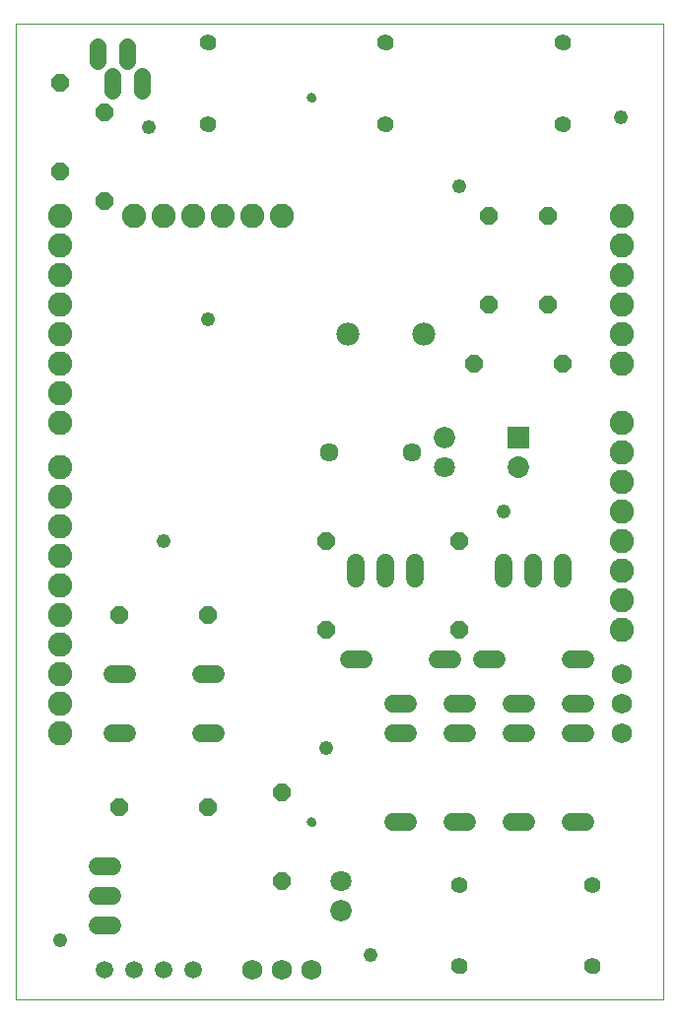
<source format=gbs>
G75*
%MOIN*%
%OFA0B0*%
%FSLAX25Y25*%
%IPPOS*%
%LPD*%
%AMOC8*
5,1,8,0,0,1.08239X$1,22.5*
%
%ADD10C,0.00000*%
%ADD11C,0.03162*%
%ADD12C,0.08200*%
%ADD13C,0.07300*%
%ADD14R,0.07300X0.07300*%
%ADD15C,0.07071*%
%ADD16C,0.07211*%
%ADD17C,0.06343*%
%ADD18C,0.06000*%
%ADD19C,0.05950*%
%ADD20C,0.06800*%
%ADD21OC8,0.06000*%
%ADD22C,0.07800*%
%ADD23C,0.05524*%
%ADD24C,0.05800*%
%ADD25C,0.04762*%
%ADD26C,0.04800*%
D10*
X0006800Y0012524D02*
X0006800Y0342484D01*
X0225501Y0342484D01*
X0225501Y0012524D01*
X0006800Y0012524D01*
X0105619Y0072524D02*
X0105621Y0072593D01*
X0105627Y0072661D01*
X0105637Y0072729D01*
X0105651Y0072796D01*
X0105669Y0072863D01*
X0105690Y0072928D01*
X0105716Y0072992D01*
X0105745Y0073054D01*
X0105777Y0073114D01*
X0105813Y0073173D01*
X0105853Y0073229D01*
X0105895Y0073283D01*
X0105941Y0073334D01*
X0105990Y0073383D01*
X0106041Y0073429D01*
X0106095Y0073471D01*
X0106151Y0073511D01*
X0106209Y0073547D01*
X0106270Y0073579D01*
X0106332Y0073608D01*
X0106396Y0073634D01*
X0106461Y0073655D01*
X0106528Y0073673D01*
X0106595Y0073687D01*
X0106663Y0073697D01*
X0106731Y0073703D01*
X0106800Y0073705D01*
X0106869Y0073703D01*
X0106937Y0073697D01*
X0107005Y0073687D01*
X0107072Y0073673D01*
X0107139Y0073655D01*
X0107204Y0073634D01*
X0107268Y0073608D01*
X0107330Y0073579D01*
X0107390Y0073547D01*
X0107449Y0073511D01*
X0107505Y0073471D01*
X0107559Y0073429D01*
X0107610Y0073383D01*
X0107659Y0073334D01*
X0107705Y0073283D01*
X0107747Y0073229D01*
X0107787Y0073173D01*
X0107823Y0073114D01*
X0107855Y0073054D01*
X0107884Y0072992D01*
X0107910Y0072928D01*
X0107931Y0072863D01*
X0107949Y0072796D01*
X0107963Y0072729D01*
X0107973Y0072661D01*
X0107979Y0072593D01*
X0107981Y0072524D01*
X0107979Y0072455D01*
X0107973Y0072387D01*
X0107963Y0072319D01*
X0107949Y0072252D01*
X0107931Y0072185D01*
X0107910Y0072120D01*
X0107884Y0072056D01*
X0107855Y0071994D01*
X0107823Y0071933D01*
X0107787Y0071875D01*
X0107747Y0071819D01*
X0107705Y0071765D01*
X0107659Y0071714D01*
X0107610Y0071665D01*
X0107559Y0071619D01*
X0107505Y0071577D01*
X0107449Y0071537D01*
X0107391Y0071501D01*
X0107330Y0071469D01*
X0107268Y0071440D01*
X0107204Y0071414D01*
X0107139Y0071393D01*
X0107072Y0071375D01*
X0107005Y0071361D01*
X0106937Y0071351D01*
X0106869Y0071345D01*
X0106800Y0071343D01*
X0106731Y0071345D01*
X0106663Y0071351D01*
X0106595Y0071361D01*
X0106528Y0071375D01*
X0106461Y0071393D01*
X0106396Y0071414D01*
X0106332Y0071440D01*
X0106270Y0071469D01*
X0106209Y0071501D01*
X0106151Y0071537D01*
X0106095Y0071577D01*
X0106041Y0071619D01*
X0105990Y0071665D01*
X0105941Y0071714D01*
X0105895Y0071765D01*
X0105853Y0071819D01*
X0105813Y0071875D01*
X0105777Y0071933D01*
X0105745Y0071994D01*
X0105716Y0072056D01*
X0105690Y0072120D01*
X0105669Y0072185D01*
X0105651Y0072252D01*
X0105637Y0072319D01*
X0105627Y0072387D01*
X0105621Y0072455D01*
X0105619Y0072524D01*
X0154438Y0051382D02*
X0154440Y0051479D01*
X0154446Y0051576D01*
X0154456Y0051672D01*
X0154470Y0051768D01*
X0154488Y0051864D01*
X0154509Y0051958D01*
X0154535Y0052052D01*
X0154564Y0052144D01*
X0154598Y0052235D01*
X0154634Y0052325D01*
X0154675Y0052413D01*
X0154719Y0052499D01*
X0154767Y0052584D01*
X0154818Y0052666D01*
X0154872Y0052747D01*
X0154930Y0052825D01*
X0154991Y0052900D01*
X0155054Y0052973D01*
X0155121Y0053044D01*
X0155191Y0053111D01*
X0155263Y0053176D01*
X0155338Y0053237D01*
X0155416Y0053296D01*
X0155495Y0053351D01*
X0155577Y0053403D01*
X0155661Y0053451D01*
X0155747Y0053496D01*
X0155835Y0053538D01*
X0155924Y0053576D01*
X0156015Y0053610D01*
X0156107Y0053640D01*
X0156200Y0053667D01*
X0156295Y0053689D01*
X0156390Y0053708D01*
X0156486Y0053723D01*
X0156582Y0053734D01*
X0156679Y0053741D01*
X0156776Y0053744D01*
X0156873Y0053743D01*
X0156970Y0053738D01*
X0157066Y0053729D01*
X0157162Y0053716D01*
X0157258Y0053699D01*
X0157353Y0053678D01*
X0157446Y0053654D01*
X0157539Y0053625D01*
X0157631Y0053593D01*
X0157721Y0053557D01*
X0157809Y0053518D01*
X0157896Y0053474D01*
X0157981Y0053428D01*
X0158064Y0053377D01*
X0158145Y0053324D01*
X0158223Y0053267D01*
X0158300Y0053207D01*
X0158373Y0053144D01*
X0158444Y0053078D01*
X0158512Y0053009D01*
X0158578Y0052937D01*
X0158640Y0052863D01*
X0158699Y0052786D01*
X0158755Y0052707D01*
X0158808Y0052625D01*
X0158858Y0052542D01*
X0158903Y0052456D01*
X0158946Y0052369D01*
X0158985Y0052280D01*
X0159020Y0052190D01*
X0159051Y0052098D01*
X0159078Y0052005D01*
X0159102Y0051911D01*
X0159122Y0051816D01*
X0159138Y0051720D01*
X0159150Y0051624D01*
X0159158Y0051527D01*
X0159162Y0051430D01*
X0159162Y0051334D01*
X0159158Y0051237D01*
X0159150Y0051140D01*
X0159138Y0051044D01*
X0159122Y0050948D01*
X0159102Y0050853D01*
X0159078Y0050759D01*
X0159051Y0050666D01*
X0159020Y0050574D01*
X0158985Y0050484D01*
X0158946Y0050395D01*
X0158903Y0050308D01*
X0158858Y0050222D01*
X0158808Y0050139D01*
X0158755Y0050057D01*
X0158699Y0049978D01*
X0158640Y0049901D01*
X0158578Y0049827D01*
X0158512Y0049755D01*
X0158444Y0049686D01*
X0158373Y0049620D01*
X0158300Y0049557D01*
X0158223Y0049497D01*
X0158145Y0049440D01*
X0158064Y0049387D01*
X0157981Y0049336D01*
X0157896Y0049290D01*
X0157809Y0049246D01*
X0157721Y0049207D01*
X0157631Y0049171D01*
X0157539Y0049139D01*
X0157446Y0049110D01*
X0157353Y0049086D01*
X0157258Y0049065D01*
X0157162Y0049048D01*
X0157066Y0049035D01*
X0156970Y0049026D01*
X0156873Y0049021D01*
X0156776Y0049020D01*
X0156679Y0049023D01*
X0156582Y0049030D01*
X0156486Y0049041D01*
X0156390Y0049056D01*
X0156295Y0049075D01*
X0156200Y0049097D01*
X0156107Y0049124D01*
X0156015Y0049154D01*
X0155924Y0049188D01*
X0155835Y0049226D01*
X0155747Y0049268D01*
X0155661Y0049313D01*
X0155577Y0049361D01*
X0155495Y0049413D01*
X0155416Y0049468D01*
X0155338Y0049527D01*
X0155263Y0049588D01*
X0155191Y0049653D01*
X0155121Y0049720D01*
X0155054Y0049791D01*
X0154991Y0049864D01*
X0154930Y0049939D01*
X0154872Y0050017D01*
X0154818Y0050098D01*
X0154767Y0050180D01*
X0154719Y0050265D01*
X0154675Y0050351D01*
X0154634Y0050439D01*
X0154598Y0050529D01*
X0154564Y0050620D01*
X0154535Y0050712D01*
X0154509Y0050806D01*
X0154488Y0050900D01*
X0154470Y0050996D01*
X0154456Y0051092D01*
X0154446Y0051188D01*
X0154440Y0051285D01*
X0154438Y0051382D01*
X0154438Y0023823D02*
X0154440Y0023920D01*
X0154446Y0024017D01*
X0154456Y0024113D01*
X0154470Y0024209D01*
X0154488Y0024305D01*
X0154509Y0024399D01*
X0154535Y0024493D01*
X0154564Y0024585D01*
X0154598Y0024676D01*
X0154634Y0024766D01*
X0154675Y0024854D01*
X0154719Y0024940D01*
X0154767Y0025025D01*
X0154818Y0025107D01*
X0154872Y0025188D01*
X0154930Y0025266D01*
X0154991Y0025341D01*
X0155054Y0025414D01*
X0155121Y0025485D01*
X0155191Y0025552D01*
X0155263Y0025617D01*
X0155338Y0025678D01*
X0155416Y0025737D01*
X0155495Y0025792D01*
X0155577Y0025844D01*
X0155661Y0025892D01*
X0155747Y0025937D01*
X0155835Y0025979D01*
X0155924Y0026017D01*
X0156015Y0026051D01*
X0156107Y0026081D01*
X0156200Y0026108D01*
X0156295Y0026130D01*
X0156390Y0026149D01*
X0156486Y0026164D01*
X0156582Y0026175D01*
X0156679Y0026182D01*
X0156776Y0026185D01*
X0156873Y0026184D01*
X0156970Y0026179D01*
X0157066Y0026170D01*
X0157162Y0026157D01*
X0157258Y0026140D01*
X0157353Y0026119D01*
X0157446Y0026095D01*
X0157539Y0026066D01*
X0157631Y0026034D01*
X0157721Y0025998D01*
X0157809Y0025959D01*
X0157896Y0025915D01*
X0157981Y0025869D01*
X0158064Y0025818D01*
X0158145Y0025765D01*
X0158223Y0025708D01*
X0158300Y0025648D01*
X0158373Y0025585D01*
X0158444Y0025519D01*
X0158512Y0025450D01*
X0158578Y0025378D01*
X0158640Y0025304D01*
X0158699Y0025227D01*
X0158755Y0025148D01*
X0158808Y0025066D01*
X0158858Y0024983D01*
X0158903Y0024897D01*
X0158946Y0024810D01*
X0158985Y0024721D01*
X0159020Y0024631D01*
X0159051Y0024539D01*
X0159078Y0024446D01*
X0159102Y0024352D01*
X0159122Y0024257D01*
X0159138Y0024161D01*
X0159150Y0024065D01*
X0159158Y0023968D01*
X0159162Y0023871D01*
X0159162Y0023775D01*
X0159158Y0023678D01*
X0159150Y0023581D01*
X0159138Y0023485D01*
X0159122Y0023389D01*
X0159102Y0023294D01*
X0159078Y0023200D01*
X0159051Y0023107D01*
X0159020Y0023015D01*
X0158985Y0022925D01*
X0158946Y0022836D01*
X0158903Y0022749D01*
X0158858Y0022663D01*
X0158808Y0022580D01*
X0158755Y0022498D01*
X0158699Y0022419D01*
X0158640Y0022342D01*
X0158578Y0022268D01*
X0158512Y0022196D01*
X0158444Y0022127D01*
X0158373Y0022061D01*
X0158300Y0021998D01*
X0158223Y0021938D01*
X0158145Y0021881D01*
X0158064Y0021828D01*
X0157981Y0021777D01*
X0157896Y0021731D01*
X0157809Y0021687D01*
X0157721Y0021648D01*
X0157631Y0021612D01*
X0157539Y0021580D01*
X0157446Y0021551D01*
X0157353Y0021527D01*
X0157258Y0021506D01*
X0157162Y0021489D01*
X0157066Y0021476D01*
X0156970Y0021467D01*
X0156873Y0021462D01*
X0156776Y0021461D01*
X0156679Y0021464D01*
X0156582Y0021471D01*
X0156486Y0021482D01*
X0156390Y0021497D01*
X0156295Y0021516D01*
X0156200Y0021538D01*
X0156107Y0021565D01*
X0156015Y0021595D01*
X0155924Y0021629D01*
X0155835Y0021667D01*
X0155747Y0021709D01*
X0155661Y0021754D01*
X0155577Y0021802D01*
X0155495Y0021854D01*
X0155416Y0021909D01*
X0155338Y0021968D01*
X0155263Y0022029D01*
X0155191Y0022094D01*
X0155121Y0022161D01*
X0155054Y0022232D01*
X0154991Y0022305D01*
X0154930Y0022380D01*
X0154872Y0022458D01*
X0154818Y0022539D01*
X0154767Y0022621D01*
X0154719Y0022706D01*
X0154675Y0022792D01*
X0154634Y0022880D01*
X0154598Y0022970D01*
X0154564Y0023061D01*
X0154535Y0023153D01*
X0154509Y0023247D01*
X0154488Y0023341D01*
X0154470Y0023437D01*
X0154456Y0023533D01*
X0154446Y0023629D01*
X0154440Y0023726D01*
X0154438Y0023823D01*
X0199438Y0023823D02*
X0199440Y0023920D01*
X0199446Y0024017D01*
X0199456Y0024113D01*
X0199470Y0024209D01*
X0199488Y0024305D01*
X0199509Y0024399D01*
X0199535Y0024493D01*
X0199564Y0024585D01*
X0199598Y0024676D01*
X0199634Y0024766D01*
X0199675Y0024854D01*
X0199719Y0024940D01*
X0199767Y0025025D01*
X0199818Y0025107D01*
X0199872Y0025188D01*
X0199930Y0025266D01*
X0199991Y0025341D01*
X0200054Y0025414D01*
X0200121Y0025485D01*
X0200191Y0025552D01*
X0200263Y0025617D01*
X0200338Y0025678D01*
X0200416Y0025737D01*
X0200495Y0025792D01*
X0200577Y0025844D01*
X0200661Y0025892D01*
X0200747Y0025937D01*
X0200835Y0025979D01*
X0200924Y0026017D01*
X0201015Y0026051D01*
X0201107Y0026081D01*
X0201200Y0026108D01*
X0201295Y0026130D01*
X0201390Y0026149D01*
X0201486Y0026164D01*
X0201582Y0026175D01*
X0201679Y0026182D01*
X0201776Y0026185D01*
X0201873Y0026184D01*
X0201970Y0026179D01*
X0202066Y0026170D01*
X0202162Y0026157D01*
X0202258Y0026140D01*
X0202353Y0026119D01*
X0202446Y0026095D01*
X0202539Y0026066D01*
X0202631Y0026034D01*
X0202721Y0025998D01*
X0202809Y0025959D01*
X0202896Y0025915D01*
X0202981Y0025869D01*
X0203064Y0025818D01*
X0203145Y0025765D01*
X0203223Y0025708D01*
X0203300Y0025648D01*
X0203373Y0025585D01*
X0203444Y0025519D01*
X0203512Y0025450D01*
X0203578Y0025378D01*
X0203640Y0025304D01*
X0203699Y0025227D01*
X0203755Y0025148D01*
X0203808Y0025066D01*
X0203858Y0024983D01*
X0203903Y0024897D01*
X0203946Y0024810D01*
X0203985Y0024721D01*
X0204020Y0024631D01*
X0204051Y0024539D01*
X0204078Y0024446D01*
X0204102Y0024352D01*
X0204122Y0024257D01*
X0204138Y0024161D01*
X0204150Y0024065D01*
X0204158Y0023968D01*
X0204162Y0023871D01*
X0204162Y0023775D01*
X0204158Y0023678D01*
X0204150Y0023581D01*
X0204138Y0023485D01*
X0204122Y0023389D01*
X0204102Y0023294D01*
X0204078Y0023200D01*
X0204051Y0023107D01*
X0204020Y0023015D01*
X0203985Y0022925D01*
X0203946Y0022836D01*
X0203903Y0022749D01*
X0203858Y0022663D01*
X0203808Y0022580D01*
X0203755Y0022498D01*
X0203699Y0022419D01*
X0203640Y0022342D01*
X0203578Y0022268D01*
X0203512Y0022196D01*
X0203444Y0022127D01*
X0203373Y0022061D01*
X0203300Y0021998D01*
X0203223Y0021938D01*
X0203145Y0021881D01*
X0203064Y0021828D01*
X0202981Y0021777D01*
X0202896Y0021731D01*
X0202809Y0021687D01*
X0202721Y0021648D01*
X0202631Y0021612D01*
X0202539Y0021580D01*
X0202446Y0021551D01*
X0202353Y0021527D01*
X0202258Y0021506D01*
X0202162Y0021489D01*
X0202066Y0021476D01*
X0201970Y0021467D01*
X0201873Y0021462D01*
X0201776Y0021461D01*
X0201679Y0021464D01*
X0201582Y0021471D01*
X0201486Y0021482D01*
X0201390Y0021497D01*
X0201295Y0021516D01*
X0201200Y0021538D01*
X0201107Y0021565D01*
X0201015Y0021595D01*
X0200924Y0021629D01*
X0200835Y0021667D01*
X0200747Y0021709D01*
X0200661Y0021754D01*
X0200577Y0021802D01*
X0200495Y0021854D01*
X0200416Y0021909D01*
X0200338Y0021968D01*
X0200263Y0022029D01*
X0200191Y0022094D01*
X0200121Y0022161D01*
X0200054Y0022232D01*
X0199991Y0022305D01*
X0199930Y0022380D01*
X0199872Y0022458D01*
X0199818Y0022539D01*
X0199767Y0022621D01*
X0199719Y0022706D01*
X0199675Y0022792D01*
X0199634Y0022880D01*
X0199598Y0022970D01*
X0199564Y0023061D01*
X0199535Y0023153D01*
X0199509Y0023247D01*
X0199488Y0023341D01*
X0199470Y0023437D01*
X0199456Y0023533D01*
X0199446Y0023629D01*
X0199440Y0023726D01*
X0199438Y0023823D01*
X0199438Y0051382D02*
X0199440Y0051479D01*
X0199446Y0051576D01*
X0199456Y0051672D01*
X0199470Y0051768D01*
X0199488Y0051864D01*
X0199509Y0051958D01*
X0199535Y0052052D01*
X0199564Y0052144D01*
X0199598Y0052235D01*
X0199634Y0052325D01*
X0199675Y0052413D01*
X0199719Y0052499D01*
X0199767Y0052584D01*
X0199818Y0052666D01*
X0199872Y0052747D01*
X0199930Y0052825D01*
X0199991Y0052900D01*
X0200054Y0052973D01*
X0200121Y0053044D01*
X0200191Y0053111D01*
X0200263Y0053176D01*
X0200338Y0053237D01*
X0200416Y0053296D01*
X0200495Y0053351D01*
X0200577Y0053403D01*
X0200661Y0053451D01*
X0200747Y0053496D01*
X0200835Y0053538D01*
X0200924Y0053576D01*
X0201015Y0053610D01*
X0201107Y0053640D01*
X0201200Y0053667D01*
X0201295Y0053689D01*
X0201390Y0053708D01*
X0201486Y0053723D01*
X0201582Y0053734D01*
X0201679Y0053741D01*
X0201776Y0053744D01*
X0201873Y0053743D01*
X0201970Y0053738D01*
X0202066Y0053729D01*
X0202162Y0053716D01*
X0202258Y0053699D01*
X0202353Y0053678D01*
X0202446Y0053654D01*
X0202539Y0053625D01*
X0202631Y0053593D01*
X0202721Y0053557D01*
X0202809Y0053518D01*
X0202896Y0053474D01*
X0202981Y0053428D01*
X0203064Y0053377D01*
X0203145Y0053324D01*
X0203223Y0053267D01*
X0203300Y0053207D01*
X0203373Y0053144D01*
X0203444Y0053078D01*
X0203512Y0053009D01*
X0203578Y0052937D01*
X0203640Y0052863D01*
X0203699Y0052786D01*
X0203755Y0052707D01*
X0203808Y0052625D01*
X0203858Y0052542D01*
X0203903Y0052456D01*
X0203946Y0052369D01*
X0203985Y0052280D01*
X0204020Y0052190D01*
X0204051Y0052098D01*
X0204078Y0052005D01*
X0204102Y0051911D01*
X0204122Y0051816D01*
X0204138Y0051720D01*
X0204150Y0051624D01*
X0204158Y0051527D01*
X0204162Y0051430D01*
X0204162Y0051334D01*
X0204158Y0051237D01*
X0204150Y0051140D01*
X0204138Y0051044D01*
X0204122Y0050948D01*
X0204102Y0050853D01*
X0204078Y0050759D01*
X0204051Y0050666D01*
X0204020Y0050574D01*
X0203985Y0050484D01*
X0203946Y0050395D01*
X0203903Y0050308D01*
X0203858Y0050222D01*
X0203808Y0050139D01*
X0203755Y0050057D01*
X0203699Y0049978D01*
X0203640Y0049901D01*
X0203578Y0049827D01*
X0203512Y0049755D01*
X0203444Y0049686D01*
X0203373Y0049620D01*
X0203300Y0049557D01*
X0203223Y0049497D01*
X0203145Y0049440D01*
X0203064Y0049387D01*
X0202981Y0049336D01*
X0202896Y0049290D01*
X0202809Y0049246D01*
X0202721Y0049207D01*
X0202631Y0049171D01*
X0202539Y0049139D01*
X0202446Y0049110D01*
X0202353Y0049086D01*
X0202258Y0049065D01*
X0202162Y0049048D01*
X0202066Y0049035D01*
X0201970Y0049026D01*
X0201873Y0049021D01*
X0201776Y0049020D01*
X0201679Y0049023D01*
X0201582Y0049030D01*
X0201486Y0049041D01*
X0201390Y0049056D01*
X0201295Y0049075D01*
X0201200Y0049097D01*
X0201107Y0049124D01*
X0201015Y0049154D01*
X0200924Y0049188D01*
X0200835Y0049226D01*
X0200747Y0049268D01*
X0200661Y0049313D01*
X0200577Y0049361D01*
X0200495Y0049413D01*
X0200416Y0049468D01*
X0200338Y0049527D01*
X0200263Y0049588D01*
X0200191Y0049653D01*
X0200121Y0049720D01*
X0200054Y0049791D01*
X0199991Y0049864D01*
X0199930Y0049939D01*
X0199872Y0050017D01*
X0199818Y0050098D01*
X0199767Y0050180D01*
X0199719Y0050265D01*
X0199675Y0050351D01*
X0199634Y0050439D01*
X0199598Y0050529D01*
X0199564Y0050620D01*
X0199535Y0050712D01*
X0199509Y0050806D01*
X0199488Y0050900D01*
X0199470Y0050996D01*
X0199456Y0051092D01*
X0199446Y0051188D01*
X0199440Y0051285D01*
X0199438Y0051382D01*
X0189438Y0308665D02*
X0189440Y0308762D01*
X0189446Y0308859D01*
X0189456Y0308955D01*
X0189470Y0309051D01*
X0189488Y0309147D01*
X0189509Y0309241D01*
X0189535Y0309335D01*
X0189564Y0309427D01*
X0189598Y0309518D01*
X0189634Y0309608D01*
X0189675Y0309696D01*
X0189719Y0309782D01*
X0189767Y0309867D01*
X0189818Y0309949D01*
X0189872Y0310030D01*
X0189930Y0310108D01*
X0189991Y0310183D01*
X0190054Y0310256D01*
X0190121Y0310327D01*
X0190191Y0310394D01*
X0190263Y0310459D01*
X0190338Y0310520D01*
X0190416Y0310579D01*
X0190495Y0310634D01*
X0190577Y0310686D01*
X0190661Y0310734D01*
X0190747Y0310779D01*
X0190835Y0310821D01*
X0190924Y0310859D01*
X0191015Y0310893D01*
X0191107Y0310923D01*
X0191200Y0310950D01*
X0191295Y0310972D01*
X0191390Y0310991D01*
X0191486Y0311006D01*
X0191582Y0311017D01*
X0191679Y0311024D01*
X0191776Y0311027D01*
X0191873Y0311026D01*
X0191970Y0311021D01*
X0192066Y0311012D01*
X0192162Y0310999D01*
X0192258Y0310982D01*
X0192353Y0310961D01*
X0192446Y0310937D01*
X0192539Y0310908D01*
X0192631Y0310876D01*
X0192721Y0310840D01*
X0192809Y0310801D01*
X0192896Y0310757D01*
X0192981Y0310711D01*
X0193064Y0310660D01*
X0193145Y0310607D01*
X0193223Y0310550D01*
X0193300Y0310490D01*
X0193373Y0310427D01*
X0193444Y0310361D01*
X0193512Y0310292D01*
X0193578Y0310220D01*
X0193640Y0310146D01*
X0193699Y0310069D01*
X0193755Y0309990D01*
X0193808Y0309908D01*
X0193858Y0309825D01*
X0193903Y0309739D01*
X0193946Y0309652D01*
X0193985Y0309563D01*
X0194020Y0309473D01*
X0194051Y0309381D01*
X0194078Y0309288D01*
X0194102Y0309194D01*
X0194122Y0309099D01*
X0194138Y0309003D01*
X0194150Y0308907D01*
X0194158Y0308810D01*
X0194162Y0308713D01*
X0194162Y0308617D01*
X0194158Y0308520D01*
X0194150Y0308423D01*
X0194138Y0308327D01*
X0194122Y0308231D01*
X0194102Y0308136D01*
X0194078Y0308042D01*
X0194051Y0307949D01*
X0194020Y0307857D01*
X0193985Y0307767D01*
X0193946Y0307678D01*
X0193903Y0307591D01*
X0193858Y0307505D01*
X0193808Y0307422D01*
X0193755Y0307340D01*
X0193699Y0307261D01*
X0193640Y0307184D01*
X0193578Y0307110D01*
X0193512Y0307038D01*
X0193444Y0306969D01*
X0193373Y0306903D01*
X0193300Y0306840D01*
X0193223Y0306780D01*
X0193145Y0306723D01*
X0193064Y0306670D01*
X0192981Y0306619D01*
X0192896Y0306573D01*
X0192809Y0306529D01*
X0192721Y0306490D01*
X0192631Y0306454D01*
X0192539Y0306422D01*
X0192446Y0306393D01*
X0192353Y0306369D01*
X0192258Y0306348D01*
X0192162Y0306331D01*
X0192066Y0306318D01*
X0191970Y0306309D01*
X0191873Y0306304D01*
X0191776Y0306303D01*
X0191679Y0306306D01*
X0191582Y0306313D01*
X0191486Y0306324D01*
X0191390Y0306339D01*
X0191295Y0306358D01*
X0191200Y0306380D01*
X0191107Y0306407D01*
X0191015Y0306437D01*
X0190924Y0306471D01*
X0190835Y0306509D01*
X0190747Y0306551D01*
X0190661Y0306596D01*
X0190577Y0306644D01*
X0190495Y0306696D01*
X0190416Y0306751D01*
X0190338Y0306810D01*
X0190263Y0306871D01*
X0190191Y0306936D01*
X0190121Y0307003D01*
X0190054Y0307074D01*
X0189991Y0307147D01*
X0189930Y0307222D01*
X0189872Y0307300D01*
X0189818Y0307381D01*
X0189767Y0307463D01*
X0189719Y0307548D01*
X0189675Y0307634D01*
X0189634Y0307722D01*
X0189598Y0307812D01*
X0189564Y0307903D01*
X0189535Y0307995D01*
X0189509Y0308089D01*
X0189488Y0308183D01*
X0189470Y0308279D01*
X0189456Y0308375D01*
X0189446Y0308471D01*
X0189440Y0308568D01*
X0189438Y0308665D01*
X0189438Y0336224D02*
X0189440Y0336321D01*
X0189446Y0336418D01*
X0189456Y0336514D01*
X0189470Y0336610D01*
X0189488Y0336706D01*
X0189509Y0336800D01*
X0189535Y0336894D01*
X0189564Y0336986D01*
X0189598Y0337077D01*
X0189634Y0337167D01*
X0189675Y0337255D01*
X0189719Y0337341D01*
X0189767Y0337426D01*
X0189818Y0337508D01*
X0189872Y0337589D01*
X0189930Y0337667D01*
X0189991Y0337742D01*
X0190054Y0337815D01*
X0190121Y0337886D01*
X0190191Y0337953D01*
X0190263Y0338018D01*
X0190338Y0338079D01*
X0190416Y0338138D01*
X0190495Y0338193D01*
X0190577Y0338245D01*
X0190661Y0338293D01*
X0190747Y0338338D01*
X0190835Y0338380D01*
X0190924Y0338418D01*
X0191015Y0338452D01*
X0191107Y0338482D01*
X0191200Y0338509D01*
X0191295Y0338531D01*
X0191390Y0338550D01*
X0191486Y0338565D01*
X0191582Y0338576D01*
X0191679Y0338583D01*
X0191776Y0338586D01*
X0191873Y0338585D01*
X0191970Y0338580D01*
X0192066Y0338571D01*
X0192162Y0338558D01*
X0192258Y0338541D01*
X0192353Y0338520D01*
X0192446Y0338496D01*
X0192539Y0338467D01*
X0192631Y0338435D01*
X0192721Y0338399D01*
X0192809Y0338360D01*
X0192896Y0338316D01*
X0192981Y0338270D01*
X0193064Y0338219D01*
X0193145Y0338166D01*
X0193223Y0338109D01*
X0193300Y0338049D01*
X0193373Y0337986D01*
X0193444Y0337920D01*
X0193512Y0337851D01*
X0193578Y0337779D01*
X0193640Y0337705D01*
X0193699Y0337628D01*
X0193755Y0337549D01*
X0193808Y0337467D01*
X0193858Y0337384D01*
X0193903Y0337298D01*
X0193946Y0337211D01*
X0193985Y0337122D01*
X0194020Y0337032D01*
X0194051Y0336940D01*
X0194078Y0336847D01*
X0194102Y0336753D01*
X0194122Y0336658D01*
X0194138Y0336562D01*
X0194150Y0336466D01*
X0194158Y0336369D01*
X0194162Y0336272D01*
X0194162Y0336176D01*
X0194158Y0336079D01*
X0194150Y0335982D01*
X0194138Y0335886D01*
X0194122Y0335790D01*
X0194102Y0335695D01*
X0194078Y0335601D01*
X0194051Y0335508D01*
X0194020Y0335416D01*
X0193985Y0335326D01*
X0193946Y0335237D01*
X0193903Y0335150D01*
X0193858Y0335064D01*
X0193808Y0334981D01*
X0193755Y0334899D01*
X0193699Y0334820D01*
X0193640Y0334743D01*
X0193578Y0334669D01*
X0193512Y0334597D01*
X0193444Y0334528D01*
X0193373Y0334462D01*
X0193300Y0334399D01*
X0193223Y0334339D01*
X0193145Y0334282D01*
X0193064Y0334229D01*
X0192981Y0334178D01*
X0192896Y0334132D01*
X0192809Y0334088D01*
X0192721Y0334049D01*
X0192631Y0334013D01*
X0192539Y0333981D01*
X0192446Y0333952D01*
X0192353Y0333928D01*
X0192258Y0333907D01*
X0192162Y0333890D01*
X0192066Y0333877D01*
X0191970Y0333868D01*
X0191873Y0333863D01*
X0191776Y0333862D01*
X0191679Y0333865D01*
X0191582Y0333872D01*
X0191486Y0333883D01*
X0191390Y0333898D01*
X0191295Y0333917D01*
X0191200Y0333939D01*
X0191107Y0333966D01*
X0191015Y0333996D01*
X0190924Y0334030D01*
X0190835Y0334068D01*
X0190747Y0334110D01*
X0190661Y0334155D01*
X0190577Y0334203D01*
X0190495Y0334255D01*
X0190416Y0334310D01*
X0190338Y0334369D01*
X0190263Y0334430D01*
X0190191Y0334495D01*
X0190121Y0334562D01*
X0190054Y0334633D01*
X0189991Y0334706D01*
X0189930Y0334781D01*
X0189872Y0334859D01*
X0189818Y0334940D01*
X0189767Y0335022D01*
X0189719Y0335107D01*
X0189675Y0335193D01*
X0189634Y0335281D01*
X0189598Y0335371D01*
X0189564Y0335462D01*
X0189535Y0335554D01*
X0189509Y0335648D01*
X0189488Y0335742D01*
X0189470Y0335838D01*
X0189456Y0335934D01*
X0189446Y0336030D01*
X0189440Y0336127D01*
X0189438Y0336224D01*
X0129438Y0336224D02*
X0129440Y0336321D01*
X0129446Y0336418D01*
X0129456Y0336514D01*
X0129470Y0336610D01*
X0129488Y0336706D01*
X0129509Y0336800D01*
X0129535Y0336894D01*
X0129564Y0336986D01*
X0129598Y0337077D01*
X0129634Y0337167D01*
X0129675Y0337255D01*
X0129719Y0337341D01*
X0129767Y0337426D01*
X0129818Y0337508D01*
X0129872Y0337589D01*
X0129930Y0337667D01*
X0129991Y0337742D01*
X0130054Y0337815D01*
X0130121Y0337886D01*
X0130191Y0337953D01*
X0130263Y0338018D01*
X0130338Y0338079D01*
X0130416Y0338138D01*
X0130495Y0338193D01*
X0130577Y0338245D01*
X0130661Y0338293D01*
X0130747Y0338338D01*
X0130835Y0338380D01*
X0130924Y0338418D01*
X0131015Y0338452D01*
X0131107Y0338482D01*
X0131200Y0338509D01*
X0131295Y0338531D01*
X0131390Y0338550D01*
X0131486Y0338565D01*
X0131582Y0338576D01*
X0131679Y0338583D01*
X0131776Y0338586D01*
X0131873Y0338585D01*
X0131970Y0338580D01*
X0132066Y0338571D01*
X0132162Y0338558D01*
X0132258Y0338541D01*
X0132353Y0338520D01*
X0132446Y0338496D01*
X0132539Y0338467D01*
X0132631Y0338435D01*
X0132721Y0338399D01*
X0132809Y0338360D01*
X0132896Y0338316D01*
X0132981Y0338270D01*
X0133064Y0338219D01*
X0133145Y0338166D01*
X0133223Y0338109D01*
X0133300Y0338049D01*
X0133373Y0337986D01*
X0133444Y0337920D01*
X0133512Y0337851D01*
X0133578Y0337779D01*
X0133640Y0337705D01*
X0133699Y0337628D01*
X0133755Y0337549D01*
X0133808Y0337467D01*
X0133858Y0337384D01*
X0133903Y0337298D01*
X0133946Y0337211D01*
X0133985Y0337122D01*
X0134020Y0337032D01*
X0134051Y0336940D01*
X0134078Y0336847D01*
X0134102Y0336753D01*
X0134122Y0336658D01*
X0134138Y0336562D01*
X0134150Y0336466D01*
X0134158Y0336369D01*
X0134162Y0336272D01*
X0134162Y0336176D01*
X0134158Y0336079D01*
X0134150Y0335982D01*
X0134138Y0335886D01*
X0134122Y0335790D01*
X0134102Y0335695D01*
X0134078Y0335601D01*
X0134051Y0335508D01*
X0134020Y0335416D01*
X0133985Y0335326D01*
X0133946Y0335237D01*
X0133903Y0335150D01*
X0133858Y0335064D01*
X0133808Y0334981D01*
X0133755Y0334899D01*
X0133699Y0334820D01*
X0133640Y0334743D01*
X0133578Y0334669D01*
X0133512Y0334597D01*
X0133444Y0334528D01*
X0133373Y0334462D01*
X0133300Y0334399D01*
X0133223Y0334339D01*
X0133145Y0334282D01*
X0133064Y0334229D01*
X0132981Y0334178D01*
X0132896Y0334132D01*
X0132809Y0334088D01*
X0132721Y0334049D01*
X0132631Y0334013D01*
X0132539Y0333981D01*
X0132446Y0333952D01*
X0132353Y0333928D01*
X0132258Y0333907D01*
X0132162Y0333890D01*
X0132066Y0333877D01*
X0131970Y0333868D01*
X0131873Y0333863D01*
X0131776Y0333862D01*
X0131679Y0333865D01*
X0131582Y0333872D01*
X0131486Y0333883D01*
X0131390Y0333898D01*
X0131295Y0333917D01*
X0131200Y0333939D01*
X0131107Y0333966D01*
X0131015Y0333996D01*
X0130924Y0334030D01*
X0130835Y0334068D01*
X0130747Y0334110D01*
X0130661Y0334155D01*
X0130577Y0334203D01*
X0130495Y0334255D01*
X0130416Y0334310D01*
X0130338Y0334369D01*
X0130263Y0334430D01*
X0130191Y0334495D01*
X0130121Y0334562D01*
X0130054Y0334633D01*
X0129991Y0334706D01*
X0129930Y0334781D01*
X0129872Y0334859D01*
X0129818Y0334940D01*
X0129767Y0335022D01*
X0129719Y0335107D01*
X0129675Y0335193D01*
X0129634Y0335281D01*
X0129598Y0335371D01*
X0129564Y0335462D01*
X0129535Y0335554D01*
X0129509Y0335648D01*
X0129488Y0335742D01*
X0129470Y0335838D01*
X0129456Y0335934D01*
X0129446Y0336030D01*
X0129440Y0336127D01*
X0129438Y0336224D01*
X0129438Y0308665D02*
X0129440Y0308762D01*
X0129446Y0308859D01*
X0129456Y0308955D01*
X0129470Y0309051D01*
X0129488Y0309147D01*
X0129509Y0309241D01*
X0129535Y0309335D01*
X0129564Y0309427D01*
X0129598Y0309518D01*
X0129634Y0309608D01*
X0129675Y0309696D01*
X0129719Y0309782D01*
X0129767Y0309867D01*
X0129818Y0309949D01*
X0129872Y0310030D01*
X0129930Y0310108D01*
X0129991Y0310183D01*
X0130054Y0310256D01*
X0130121Y0310327D01*
X0130191Y0310394D01*
X0130263Y0310459D01*
X0130338Y0310520D01*
X0130416Y0310579D01*
X0130495Y0310634D01*
X0130577Y0310686D01*
X0130661Y0310734D01*
X0130747Y0310779D01*
X0130835Y0310821D01*
X0130924Y0310859D01*
X0131015Y0310893D01*
X0131107Y0310923D01*
X0131200Y0310950D01*
X0131295Y0310972D01*
X0131390Y0310991D01*
X0131486Y0311006D01*
X0131582Y0311017D01*
X0131679Y0311024D01*
X0131776Y0311027D01*
X0131873Y0311026D01*
X0131970Y0311021D01*
X0132066Y0311012D01*
X0132162Y0310999D01*
X0132258Y0310982D01*
X0132353Y0310961D01*
X0132446Y0310937D01*
X0132539Y0310908D01*
X0132631Y0310876D01*
X0132721Y0310840D01*
X0132809Y0310801D01*
X0132896Y0310757D01*
X0132981Y0310711D01*
X0133064Y0310660D01*
X0133145Y0310607D01*
X0133223Y0310550D01*
X0133300Y0310490D01*
X0133373Y0310427D01*
X0133444Y0310361D01*
X0133512Y0310292D01*
X0133578Y0310220D01*
X0133640Y0310146D01*
X0133699Y0310069D01*
X0133755Y0309990D01*
X0133808Y0309908D01*
X0133858Y0309825D01*
X0133903Y0309739D01*
X0133946Y0309652D01*
X0133985Y0309563D01*
X0134020Y0309473D01*
X0134051Y0309381D01*
X0134078Y0309288D01*
X0134102Y0309194D01*
X0134122Y0309099D01*
X0134138Y0309003D01*
X0134150Y0308907D01*
X0134158Y0308810D01*
X0134162Y0308713D01*
X0134162Y0308617D01*
X0134158Y0308520D01*
X0134150Y0308423D01*
X0134138Y0308327D01*
X0134122Y0308231D01*
X0134102Y0308136D01*
X0134078Y0308042D01*
X0134051Y0307949D01*
X0134020Y0307857D01*
X0133985Y0307767D01*
X0133946Y0307678D01*
X0133903Y0307591D01*
X0133858Y0307505D01*
X0133808Y0307422D01*
X0133755Y0307340D01*
X0133699Y0307261D01*
X0133640Y0307184D01*
X0133578Y0307110D01*
X0133512Y0307038D01*
X0133444Y0306969D01*
X0133373Y0306903D01*
X0133300Y0306840D01*
X0133223Y0306780D01*
X0133145Y0306723D01*
X0133064Y0306670D01*
X0132981Y0306619D01*
X0132896Y0306573D01*
X0132809Y0306529D01*
X0132721Y0306490D01*
X0132631Y0306454D01*
X0132539Y0306422D01*
X0132446Y0306393D01*
X0132353Y0306369D01*
X0132258Y0306348D01*
X0132162Y0306331D01*
X0132066Y0306318D01*
X0131970Y0306309D01*
X0131873Y0306304D01*
X0131776Y0306303D01*
X0131679Y0306306D01*
X0131582Y0306313D01*
X0131486Y0306324D01*
X0131390Y0306339D01*
X0131295Y0306358D01*
X0131200Y0306380D01*
X0131107Y0306407D01*
X0131015Y0306437D01*
X0130924Y0306471D01*
X0130835Y0306509D01*
X0130747Y0306551D01*
X0130661Y0306596D01*
X0130577Y0306644D01*
X0130495Y0306696D01*
X0130416Y0306751D01*
X0130338Y0306810D01*
X0130263Y0306871D01*
X0130191Y0306936D01*
X0130121Y0307003D01*
X0130054Y0307074D01*
X0129991Y0307147D01*
X0129930Y0307222D01*
X0129872Y0307300D01*
X0129818Y0307381D01*
X0129767Y0307463D01*
X0129719Y0307548D01*
X0129675Y0307634D01*
X0129634Y0307722D01*
X0129598Y0307812D01*
X0129564Y0307903D01*
X0129535Y0307995D01*
X0129509Y0308089D01*
X0129488Y0308183D01*
X0129470Y0308279D01*
X0129456Y0308375D01*
X0129446Y0308471D01*
X0129440Y0308568D01*
X0129438Y0308665D01*
X0105619Y0317524D02*
X0105621Y0317593D01*
X0105627Y0317661D01*
X0105637Y0317729D01*
X0105651Y0317796D01*
X0105669Y0317863D01*
X0105690Y0317928D01*
X0105716Y0317992D01*
X0105745Y0318054D01*
X0105777Y0318114D01*
X0105813Y0318173D01*
X0105853Y0318229D01*
X0105895Y0318283D01*
X0105941Y0318334D01*
X0105990Y0318383D01*
X0106041Y0318429D01*
X0106095Y0318471D01*
X0106151Y0318511D01*
X0106209Y0318547D01*
X0106270Y0318579D01*
X0106332Y0318608D01*
X0106396Y0318634D01*
X0106461Y0318655D01*
X0106528Y0318673D01*
X0106595Y0318687D01*
X0106663Y0318697D01*
X0106731Y0318703D01*
X0106800Y0318705D01*
X0106869Y0318703D01*
X0106937Y0318697D01*
X0107005Y0318687D01*
X0107072Y0318673D01*
X0107139Y0318655D01*
X0107204Y0318634D01*
X0107268Y0318608D01*
X0107330Y0318579D01*
X0107390Y0318547D01*
X0107449Y0318511D01*
X0107505Y0318471D01*
X0107559Y0318429D01*
X0107610Y0318383D01*
X0107659Y0318334D01*
X0107705Y0318283D01*
X0107747Y0318229D01*
X0107787Y0318173D01*
X0107823Y0318114D01*
X0107855Y0318054D01*
X0107884Y0317992D01*
X0107910Y0317928D01*
X0107931Y0317863D01*
X0107949Y0317796D01*
X0107963Y0317729D01*
X0107973Y0317661D01*
X0107979Y0317593D01*
X0107981Y0317524D01*
X0107979Y0317455D01*
X0107973Y0317387D01*
X0107963Y0317319D01*
X0107949Y0317252D01*
X0107931Y0317185D01*
X0107910Y0317120D01*
X0107884Y0317056D01*
X0107855Y0316994D01*
X0107823Y0316933D01*
X0107787Y0316875D01*
X0107747Y0316819D01*
X0107705Y0316765D01*
X0107659Y0316714D01*
X0107610Y0316665D01*
X0107559Y0316619D01*
X0107505Y0316577D01*
X0107449Y0316537D01*
X0107391Y0316501D01*
X0107330Y0316469D01*
X0107268Y0316440D01*
X0107204Y0316414D01*
X0107139Y0316393D01*
X0107072Y0316375D01*
X0107005Y0316361D01*
X0106937Y0316351D01*
X0106869Y0316345D01*
X0106800Y0316343D01*
X0106731Y0316345D01*
X0106663Y0316351D01*
X0106595Y0316361D01*
X0106528Y0316375D01*
X0106461Y0316393D01*
X0106396Y0316414D01*
X0106332Y0316440D01*
X0106270Y0316469D01*
X0106209Y0316501D01*
X0106151Y0316537D01*
X0106095Y0316577D01*
X0106041Y0316619D01*
X0105990Y0316665D01*
X0105941Y0316714D01*
X0105895Y0316765D01*
X0105853Y0316819D01*
X0105813Y0316875D01*
X0105777Y0316933D01*
X0105745Y0316994D01*
X0105716Y0317056D01*
X0105690Y0317120D01*
X0105669Y0317185D01*
X0105651Y0317252D01*
X0105637Y0317319D01*
X0105627Y0317387D01*
X0105621Y0317455D01*
X0105619Y0317524D01*
X0069438Y0308665D02*
X0069440Y0308762D01*
X0069446Y0308859D01*
X0069456Y0308955D01*
X0069470Y0309051D01*
X0069488Y0309147D01*
X0069509Y0309241D01*
X0069535Y0309335D01*
X0069564Y0309427D01*
X0069598Y0309518D01*
X0069634Y0309608D01*
X0069675Y0309696D01*
X0069719Y0309782D01*
X0069767Y0309867D01*
X0069818Y0309949D01*
X0069872Y0310030D01*
X0069930Y0310108D01*
X0069991Y0310183D01*
X0070054Y0310256D01*
X0070121Y0310327D01*
X0070191Y0310394D01*
X0070263Y0310459D01*
X0070338Y0310520D01*
X0070416Y0310579D01*
X0070495Y0310634D01*
X0070577Y0310686D01*
X0070661Y0310734D01*
X0070747Y0310779D01*
X0070835Y0310821D01*
X0070924Y0310859D01*
X0071015Y0310893D01*
X0071107Y0310923D01*
X0071200Y0310950D01*
X0071295Y0310972D01*
X0071390Y0310991D01*
X0071486Y0311006D01*
X0071582Y0311017D01*
X0071679Y0311024D01*
X0071776Y0311027D01*
X0071873Y0311026D01*
X0071970Y0311021D01*
X0072066Y0311012D01*
X0072162Y0310999D01*
X0072258Y0310982D01*
X0072353Y0310961D01*
X0072446Y0310937D01*
X0072539Y0310908D01*
X0072631Y0310876D01*
X0072721Y0310840D01*
X0072809Y0310801D01*
X0072896Y0310757D01*
X0072981Y0310711D01*
X0073064Y0310660D01*
X0073145Y0310607D01*
X0073223Y0310550D01*
X0073300Y0310490D01*
X0073373Y0310427D01*
X0073444Y0310361D01*
X0073512Y0310292D01*
X0073578Y0310220D01*
X0073640Y0310146D01*
X0073699Y0310069D01*
X0073755Y0309990D01*
X0073808Y0309908D01*
X0073858Y0309825D01*
X0073903Y0309739D01*
X0073946Y0309652D01*
X0073985Y0309563D01*
X0074020Y0309473D01*
X0074051Y0309381D01*
X0074078Y0309288D01*
X0074102Y0309194D01*
X0074122Y0309099D01*
X0074138Y0309003D01*
X0074150Y0308907D01*
X0074158Y0308810D01*
X0074162Y0308713D01*
X0074162Y0308617D01*
X0074158Y0308520D01*
X0074150Y0308423D01*
X0074138Y0308327D01*
X0074122Y0308231D01*
X0074102Y0308136D01*
X0074078Y0308042D01*
X0074051Y0307949D01*
X0074020Y0307857D01*
X0073985Y0307767D01*
X0073946Y0307678D01*
X0073903Y0307591D01*
X0073858Y0307505D01*
X0073808Y0307422D01*
X0073755Y0307340D01*
X0073699Y0307261D01*
X0073640Y0307184D01*
X0073578Y0307110D01*
X0073512Y0307038D01*
X0073444Y0306969D01*
X0073373Y0306903D01*
X0073300Y0306840D01*
X0073223Y0306780D01*
X0073145Y0306723D01*
X0073064Y0306670D01*
X0072981Y0306619D01*
X0072896Y0306573D01*
X0072809Y0306529D01*
X0072721Y0306490D01*
X0072631Y0306454D01*
X0072539Y0306422D01*
X0072446Y0306393D01*
X0072353Y0306369D01*
X0072258Y0306348D01*
X0072162Y0306331D01*
X0072066Y0306318D01*
X0071970Y0306309D01*
X0071873Y0306304D01*
X0071776Y0306303D01*
X0071679Y0306306D01*
X0071582Y0306313D01*
X0071486Y0306324D01*
X0071390Y0306339D01*
X0071295Y0306358D01*
X0071200Y0306380D01*
X0071107Y0306407D01*
X0071015Y0306437D01*
X0070924Y0306471D01*
X0070835Y0306509D01*
X0070747Y0306551D01*
X0070661Y0306596D01*
X0070577Y0306644D01*
X0070495Y0306696D01*
X0070416Y0306751D01*
X0070338Y0306810D01*
X0070263Y0306871D01*
X0070191Y0306936D01*
X0070121Y0307003D01*
X0070054Y0307074D01*
X0069991Y0307147D01*
X0069930Y0307222D01*
X0069872Y0307300D01*
X0069818Y0307381D01*
X0069767Y0307463D01*
X0069719Y0307548D01*
X0069675Y0307634D01*
X0069634Y0307722D01*
X0069598Y0307812D01*
X0069564Y0307903D01*
X0069535Y0307995D01*
X0069509Y0308089D01*
X0069488Y0308183D01*
X0069470Y0308279D01*
X0069456Y0308375D01*
X0069446Y0308471D01*
X0069440Y0308568D01*
X0069438Y0308665D01*
X0069438Y0336224D02*
X0069440Y0336321D01*
X0069446Y0336418D01*
X0069456Y0336514D01*
X0069470Y0336610D01*
X0069488Y0336706D01*
X0069509Y0336800D01*
X0069535Y0336894D01*
X0069564Y0336986D01*
X0069598Y0337077D01*
X0069634Y0337167D01*
X0069675Y0337255D01*
X0069719Y0337341D01*
X0069767Y0337426D01*
X0069818Y0337508D01*
X0069872Y0337589D01*
X0069930Y0337667D01*
X0069991Y0337742D01*
X0070054Y0337815D01*
X0070121Y0337886D01*
X0070191Y0337953D01*
X0070263Y0338018D01*
X0070338Y0338079D01*
X0070416Y0338138D01*
X0070495Y0338193D01*
X0070577Y0338245D01*
X0070661Y0338293D01*
X0070747Y0338338D01*
X0070835Y0338380D01*
X0070924Y0338418D01*
X0071015Y0338452D01*
X0071107Y0338482D01*
X0071200Y0338509D01*
X0071295Y0338531D01*
X0071390Y0338550D01*
X0071486Y0338565D01*
X0071582Y0338576D01*
X0071679Y0338583D01*
X0071776Y0338586D01*
X0071873Y0338585D01*
X0071970Y0338580D01*
X0072066Y0338571D01*
X0072162Y0338558D01*
X0072258Y0338541D01*
X0072353Y0338520D01*
X0072446Y0338496D01*
X0072539Y0338467D01*
X0072631Y0338435D01*
X0072721Y0338399D01*
X0072809Y0338360D01*
X0072896Y0338316D01*
X0072981Y0338270D01*
X0073064Y0338219D01*
X0073145Y0338166D01*
X0073223Y0338109D01*
X0073300Y0338049D01*
X0073373Y0337986D01*
X0073444Y0337920D01*
X0073512Y0337851D01*
X0073578Y0337779D01*
X0073640Y0337705D01*
X0073699Y0337628D01*
X0073755Y0337549D01*
X0073808Y0337467D01*
X0073858Y0337384D01*
X0073903Y0337298D01*
X0073946Y0337211D01*
X0073985Y0337122D01*
X0074020Y0337032D01*
X0074051Y0336940D01*
X0074078Y0336847D01*
X0074102Y0336753D01*
X0074122Y0336658D01*
X0074138Y0336562D01*
X0074150Y0336466D01*
X0074158Y0336369D01*
X0074162Y0336272D01*
X0074162Y0336176D01*
X0074158Y0336079D01*
X0074150Y0335982D01*
X0074138Y0335886D01*
X0074122Y0335790D01*
X0074102Y0335695D01*
X0074078Y0335601D01*
X0074051Y0335508D01*
X0074020Y0335416D01*
X0073985Y0335326D01*
X0073946Y0335237D01*
X0073903Y0335150D01*
X0073858Y0335064D01*
X0073808Y0334981D01*
X0073755Y0334899D01*
X0073699Y0334820D01*
X0073640Y0334743D01*
X0073578Y0334669D01*
X0073512Y0334597D01*
X0073444Y0334528D01*
X0073373Y0334462D01*
X0073300Y0334399D01*
X0073223Y0334339D01*
X0073145Y0334282D01*
X0073064Y0334229D01*
X0072981Y0334178D01*
X0072896Y0334132D01*
X0072809Y0334088D01*
X0072721Y0334049D01*
X0072631Y0334013D01*
X0072539Y0333981D01*
X0072446Y0333952D01*
X0072353Y0333928D01*
X0072258Y0333907D01*
X0072162Y0333890D01*
X0072066Y0333877D01*
X0071970Y0333868D01*
X0071873Y0333863D01*
X0071776Y0333862D01*
X0071679Y0333865D01*
X0071582Y0333872D01*
X0071486Y0333883D01*
X0071390Y0333898D01*
X0071295Y0333917D01*
X0071200Y0333939D01*
X0071107Y0333966D01*
X0071015Y0333996D01*
X0070924Y0334030D01*
X0070835Y0334068D01*
X0070747Y0334110D01*
X0070661Y0334155D01*
X0070577Y0334203D01*
X0070495Y0334255D01*
X0070416Y0334310D01*
X0070338Y0334369D01*
X0070263Y0334430D01*
X0070191Y0334495D01*
X0070121Y0334562D01*
X0070054Y0334633D01*
X0069991Y0334706D01*
X0069930Y0334781D01*
X0069872Y0334859D01*
X0069818Y0334940D01*
X0069767Y0335022D01*
X0069719Y0335107D01*
X0069675Y0335193D01*
X0069634Y0335281D01*
X0069598Y0335371D01*
X0069564Y0335462D01*
X0069535Y0335554D01*
X0069509Y0335648D01*
X0069488Y0335742D01*
X0069470Y0335838D01*
X0069456Y0335934D01*
X0069446Y0336030D01*
X0069440Y0336127D01*
X0069438Y0336224D01*
D11*
X0106800Y0317524D03*
X0106800Y0072524D03*
D12*
X0021800Y0102524D03*
X0021800Y0112524D03*
X0021800Y0122524D03*
X0021800Y0132524D03*
X0021800Y0142524D03*
X0021800Y0152524D03*
X0021800Y0162524D03*
X0021800Y0172524D03*
X0021800Y0182524D03*
X0021800Y0192524D03*
X0021800Y0207524D03*
X0021800Y0217524D03*
X0021800Y0227524D03*
X0021800Y0237524D03*
X0021800Y0247524D03*
X0021800Y0257524D03*
X0021800Y0267524D03*
X0021800Y0277524D03*
X0046800Y0277524D03*
X0056800Y0277524D03*
X0066800Y0277524D03*
X0076800Y0277524D03*
X0086800Y0277524D03*
X0096800Y0277524D03*
X0211800Y0277524D03*
X0211800Y0267524D03*
X0211800Y0257524D03*
X0211800Y0247524D03*
X0211800Y0237524D03*
X0211800Y0227524D03*
X0211800Y0207524D03*
X0211800Y0197524D03*
X0211800Y0187524D03*
X0211800Y0177524D03*
X0211800Y0167524D03*
X0211800Y0157524D03*
X0211800Y0147524D03*
X0211800Y0137524D03*
D13*
X0176800Y0192524D03*
D14*
X0176800Y0202524D03*
D15*
X0151800Y0192524D03*
X0116800Y0052524D03*
D16*
X0116800Y0042524D03*
X0151800Y0202524D03*
D17*
X0140800Y0197524D03*
X0112800Y0197524D03*
D18*
X0121800Y0160124D02*
X0121800Y0154924D01*
X0131800Y0154924D02*
X0131800Y0160124D01*
X0141800Y0160124D02*
X0141800Y0154924D01*
X0149200Y0127524D02*
X0154400Y0127524D01*
X0164200Y0127524D02*
X0169400Y0127524D01*
X0174200Y0112524D02*
X0179400Y0112524D01*
X0179400Y0102524D02*
X0174200Y0102524D01*
X0159400Y0102524D02*
X0154200Y0102524D01*
X0154200Y0112524D02*
X0159400Y0112524D01*
X0139400Y0112524D02*
X0134200Y0112524D01*
X0134200Y0102524D02*
X0139400Y0102524D01*
X0124400Y0127524D02*
X0119200Y0127524D01*
X0134200Y0072524D02*
X0139400Y0072524D01*
X0154200Y0072524D02*
X0159400Y0072524D01*
X0174200Y0072524D02*
X0179400Y0072524D01*
X0194200Y0072524D02*
X0199400Y0072524D01*
X0199400Y0102524D02*
X0194200Y0102524D01*
X0194200Y0112524D02*
X0199400Y0112524D01*
X0199400Y0127524D02*
X0194200Y0127524D01*
X0191800Y0154924D02*
X0191800Y0160124D01*
X0181800Y0160124D02*
X0181800Y0154924D01*
X0171800Y0154924D02*
X0171800Y0160124D01*
X0074400Y0122524D02*
X0069200Y0122524D01*
X0069200Y0102524D02*
X0074400Y0102524D01*
X0044400Y0102524D02*
X0039200Y0102524D01*
X0039200Y0122524D02*
X0044400Y0122524D01*
X0039400Y0057524D02*
X0034200Y0057524D01*
X0034200Y0047524D02*
X0039400Y0047524D01*
X0039400Y0037524D02*
X0034200Y0037524D01*
D19*
X0036800Y0022524D03*
X0046800Y0022524D03*
X0056800Y0022524D03*
X0066800Y0022524D03*
D20*
X0086800Y0022524D03*
X0096800Y0022524D03*
X0106800Y0022524D03*
X0211800Y0102524D03*
X0211800Y0112524D03*
X0211800Y0122524D03*
D21*
X0156800Y0137524D03*
X0156800Y0167524D03*
X0161800Y0227524D03*
X0166800Y0247524D03*
X0186800Y0247524D03*
X0191800Y0227524D03*
X0186800Y0277524D03*
X0166800Y0277524D03*
X0111800Y0167524D03*
X0111800Y0137524D03*
X0096800Y0082524D03*
X0096800Y0052524D03*
X0071800Y0077524D03*
X0041800Y0077524D03*
X0041800Y0142524D03*
X0071800Y0142524D03*
X0036800Y0282524D03*
X0021800Y0292524D03*
X0036800Y0312524D03*
X0021800Y0322524D03*
D22*
X0119005Y0237524D03*
X0144595Y0237524D03*
D23*
X0131800Y0308665D03*
X0131800Y0336224D03*
X0071800Y0336224D03*
X0071800Y0308665D03*
X0191800Y0308665D03*
X0191800Y0336224D03*
X0201800Y0051382D03*
X0201800Y0023823D03*
X0156800Y0023823D03*
X0156800Y0051382D03*
D24*
X0049300Y0320024D02*
X0049300Y0325024D01*
X0044300Y0330024D02*
X0044300Y0335024D01*
X0039300Y0325024D02*
X0039300Y0320024D01*
X0034300Y0330024D02*
X0034300Y0335024D01*
D25*
X0051800Y0307524D03*
X0071800Y0242524D03*
X0056800Y0167524D03*
X0111800Y0097524D03*
X0126800Y0027524D03*
X0171800Y0177524D03*
X0156800Y0287524D03*
X0021800Y0032524D03*
D26*
X0211200Y0310924D03*
M02*

</source>
